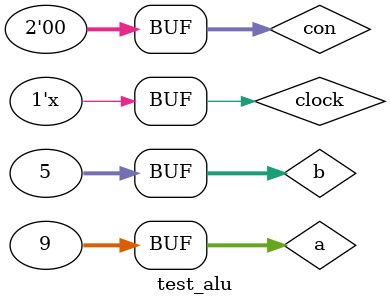
<source format=v>
module test_alu;
	reg[31:0]a;
	reg[31:0]b;
	reg[1:0]con;
	wire[31:0]c;

	alu qwq(a,b,c,con);

	initial
	begin
		$display("\t\t(Time Reset Newspaper Coin Res)\n");	
		$monitor("%d %d %d %d %d",$time,reset,newspaper,coin,res);	
	end

	parameter _add=2'b11;
	parameter _sub=2'b10;
	parameter _and=2'b00;

	initial
	begin
		a=9;
		b=5;
		con=_add;
		#40	con=_sub;
		#40	con=_and;

	end


	always  
		#20 clock=~clock;	
endmodule
</source>
